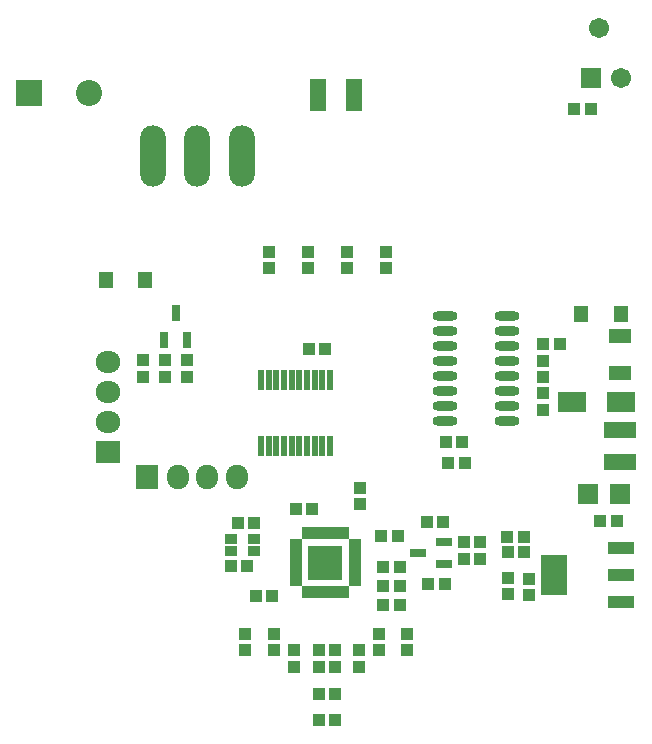
<source format=gts>
G04*
G04 #@! TF.GenerationSoftware,Altium Limited,Altium Designer,21.0.8 (223)*
G04*
G04 Layer_Color=8388736*
%FSTAX24Y24*%
%MOIN*%
G70*
G04*
G04 #@! TF.SameCoordinates,10F33D99-08B0-41F8-98B5-3503CEFC6C94*
G04*
G04*
G04 #@! TF.FilePolarity,Negative*
G04*
G01*
G75*
%ADD41R,0.0395X0.0434*%
%ADD42R,0.0434X0.0395*%
%ADD43R,0.0907X0.0434*%
%ADD44R,0.0907X0.1340*%
%ADD45R,0.1104X0.0552*%
%ADD46R,0.0671X0.0710*%
%ADD47R,0.0946X0.0671*%
%ADD48R,0.0769X0.0513*%
%ADD49R,0.0474X0.0552*%
%ADD50R,0.0552X0.1064*%
%ADD51O,0.0867X0.2049*%
%ADD52R,0.0198X0.0690*%
%ADD53R,0.0200X0.0405*%
%ADD54R,0.0405X0.0200*%
%ADD55R,0.1143X0.1143*%
%ADD56O,0.0828X0.0316*%
%ADD57R,0.0533X0.0316*%
%ADD58R,0.0389X0.0370*%
%ADD59R,0.0316X0.0533*%
%ADD60C,0.0671*%
%ADD61O,0.0730X0.0830*%
%ADD62R,0.0730X0.0830*%
%ADD63C,0.0867*%
%ADD64R,0.0867X0.0867*%
%ADD65O,0.0830X0.0730*%
%ADD66R,0.0830X0.0730*%
%ADD67R,0.0671X0.0671*%
D41*
X029562Y034627D02*
D03*
X029011D02*
D03*
X031626Y03148D02*
D03*
X031075D02*
D03*
X03163Y030965D02*
D03*
X031079D02*
D03*
X034161Y031992D02*
D03*
X034713D02*
D03*
X024443Y037733D02*
D03*
X024994D02*
D03*
X033858Y045748D02*
D03*
X033307D02*
D03*
X02748Y029854D02*
D03*
X026929D02*
D03*
X029098Y033932D02*
D03*
X029649D02*
D03*
X032821Y037901D02*
D03*
X032269D02*
D03*
X028429Y029898D02*
D03*
X02898D02*
D03*
X02185Y030499D02*
D03*
X022402D02*
D03*
X022085Y031929D02*
D03*
X022637D02*
D03*
X028376Y031981D02*
D03*
X028927D02*
D03*
X027425Y031504D02*
D03*
X026874D02*
D03*
X026929Y030481D02*
D03*
X02748D02*
D03*
X027484Y02922D02*
D03*
X026933D02*
D03*
X024791Y025381D02*
D03*
X025342D02*
D03*
X024791Y026248D02*
D03*
X025342D02*
D03*
X024571Y032402D02*
D03*
X02402D02*
D03*
X022685Y029516D02*
D03*
X023236D02*
D03*
D42*
X02615Y033118D02*
D03*
Y032567D02*
D03*
X031082Y029562D02*
D03*
Y030113D02*
D03*
X031783Y029528D02*
D03*
Y030079D02*
D03*
X024429Y040978D02*
D03*
Y040427D02*
D03*
X023126D02*
D03*
Y040978D02*
D03*
X027035Y040427D02*
D03*
Y040978D02*
D03*
X025732D02*
D03*
Y040427D02*
D03*
X032269Y036264D02*
D03*
Y035713D02*
D03*
Y0368D02*
D03*
Y037352D02*
D03*
X018913Y036815D02*
D03*
Y037366D02*
D03*
X029626Y030755D02*
D03*
Y031306D02*
D03*
X030166D02*
D03*
Y030755D02*
D03*
X026795Y027704D02*
D03*
Y028255D02*
D03*
X02772Y027705D02*
D03*
Y028256D02*
D03*
X026115Y027153D02*
D03*
Y027704D02*
D03*
X025319Y027705D02*
D03*
Y027154D02*
D03*
X024776Y027705D02*
D03*
Y027154D02*
D03*
X023945Y027153D02*
D03*
Y027704D02*
D03*
X023289D02*
D03*
Y028256D02*
D03*
X022335Y028256D02*
D03*
Y027705D02*
D03*
X019657Y036811D02*
D03*
Y037362D02*
D03*
X020398Y036819D02*
D03*
Y03737D02*
D03*
D43*
X034872Y029294D02*
D03*
Y0302D02*
D03*
Y031105D02*
D03*
D44*
X032628Y0302D02*
D03*
D45*
X03482Y033981D02*
D03*
Y035044D02*
D03*
D46*
X03375Y032894D02*
D03*
X034813D02*
D03*
D47*
X034862Y035961D02*
D03*
X033209D02*
D03*
D48*
X034836Y038171D02*
D03*
Y036951D02*
D03*
D49*
X034843Y038916D02*
D03*
X033542D02*
D03*
X017691Y040043D02*
D03*
X018991D02*
D03*
D50*
X024764Y046203D02*
D03*
X025945D02*
D03*
D51*
X022221Y044169D02*
D03*
X020741D02*
D03*
X019261D02*
D03*
D52*
X025162Y036718D02*
D03*
X024906D02*
D03*
X02465D02*
D03*
X024395D02*
D03*
X024139D02*
D03*
X023883D02*
D03*
X023627D02*
D03*
X023371D02*
D03*
X023115D02*
D03*
X022859D02*
D03*
Y034513D02*
D03*
X023115D02*
D03*
X023371D02*
D03*
X023627D02*
D03*
X023883D02*
D03*
X024139D02*
D03*
X024395D02*
D03*
X02465D02*
D03*
X024906D02*
D03*
X025162D02*
D03*
D53*
X024311Y029634D02*
D03*
X024507D02*
D03*
X024704D02*
D03*
X024901D02*
D03*
X025098D02*
D03*
X025295D02*
D03*
X025491D02*
D03*
X025688D02*
D03*
Y031602D02*
D03*
X025491D02*
D03*
X025295D02*
D03*
X025098D02*
D03*
X024901D02*
D03*
X024704D02*
D03*
X024507D02*
D03*
X024311D02*
D03*
D54*
X025984Y029929D02*
D03*
Y030126D02*
D03*
Y030323D02*
D03*
Y03052D02*
D03*
Y030716D02*
D03*
Y030913D02*
D03*
Y03111D02*
D03*
Y031307D02*
D03*
X024015D02*
D03*
Y03111D02*
D03*
Y030913D02*
D03*
Y030716D02*
D03*
Y03052D02*
D03*
Y030323D02*
D03*
Y030126D02*
D03*
Y029929D02*
D03*
D55*
X025Y030619D02*
D03*
D56*
X029006Y038826D02*
D03*
Y038326D02*
D03*
Y037826D02*
D03*
Y037326D02*
D03*
Y036826D02*
D03*
Y036326D02*
D03*
Y035826D02*
D03*
Y035326D02*
D03*
X031053Y038826D02*
D03*
Y038326D02*
D03*
Y037826D02*
D03*
Y037326D02*
D03*
Y036826D02*
D03*
Y036326D02*
D03*
Y035826D02*
D03*
Y035326D02*
D03*
D57*
X028968Y030572D02*
D03*
Y03132D02*
D03*
X028082Y030946D02*
D03*
D58*
X022627Y031011D02*
D03*
X021859D02*
D03*
Y031405D02*
D03*
X022627D02*
D03*
D59*
X019642Y038045D02*
D03*
X02039D02*
D03*
X020016Y038931D02*
D03*
D60*
X034138Y048445D02*
D03*
X034843Y046772D02*
D03*
D61*
X022071Y033488D02*
D03*
X020081D02*
D03*
X021061D02*
D03*
D62*
X019071D02*
D03*
D63*
X01711Y046285D02*
D03*
D64*
X01511D02*
D03*
D65*
X017748Y037305D02*
D03*
Y035315D02*
D03*
Y036295D02*
D03*
D66*
Y034305D02*
D03*
D67*
X033843Y046772D02*
D03*
M02*

</source>
